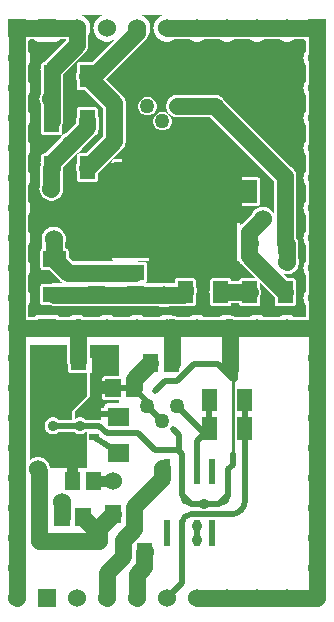
<source format=gbr>
G04 start of page 2 for group 0 idx 0 *
G04 Title: (unknown), component *
G04 Creator: pcb 20140316 *
G04 CreationDate: Fri 17 Jul 2015 04:33:48 PM GMT UTC *
G04 For: fosse *
G04 Format: Gerber/RS-274X *
G04 PCB-Dimensions (mil): 3250.00 2150.00 *
G04 PCB-Coordinate-Origin: lower left *
%MOIN*%
%FSLAX25Y25*%
%LNTOP*%
%ADD26C,0.0225*%
%ADD25C,0.0380*%
%ADD24C,0.0360*%
%ADD23R,0.0197X0.0197*%
%ADD22R,0.0600X0.0600*%
%ADD21R,0.3200X0.3200*%
%ADD20R,0.0512X0.0512*%
%ADD19R,0.0200X0.0200*%
%ADD18C,0.0500*%
%ADD17C,0.0600*%
%ADD16C,0.0090*%
%ADD15C,0.0350*%
%ADD14C,0.0150*%
%ADD13C,0.0200*%
%ADD12C,0.0550*%
%ADD11C,0.0001*%
G54D11*G36*
X50500Y154500D02*X68500D01*
Y129000D01*
X50500D01*
Y154500D01*
G37*
G36*
X84000Y155000D02*Y154500D01*
X87000Y151500D01*
X84000Y148500D01*
Y155000D01*
G37*
G36*
X73250Y175750D02*X74852D01*
X96155Y154447D01*
Y143628D01*
X96075Y143822D01*
X95746Y144358D01*
X95337Y144837D01*
X94858Y145246D01*
X94322Y145575D01*
X93740Y145816D01*
X93128Y145963D01*
X92500Y146012D01*
X91872Y145963D01*
X91260Y145816D01*
X90678Y145575D01*
X90142Y145246D01*
X89663Y144837D01*
X89254Y144358D01*
X88925Y143822D01*
X88859Y143662D01*
X85452Y140256D01*
X85340Y140160D01*
X84997Y139758D01*
X84995Y146419D01*
X85081Y146366D01*
X85226Y146306D01*
X85379Y146269D01*
X85536Y146260D01*
X90811Y146269D01*
X90964Y146306D01*
X91109Y146366D01*
X91244Y146448D01*
X91363Y146551D01*
X91466Y146670D01*
X91548Y146805D01*
X91608Y146950D01*
X91645Y147103D01*
X91654Y147260D01*
X91645Y154897D01*
X91608Y155050D01*
X91548Y155195D01*
X91466Y155330D01*
X91363Y155449D01*
X91244Y155552D01*
X91109Y155634D01*
X90964Y155694D01*
X90811Y155731D01*
X90654Y155740D01*
X85379Y155731D01*
X85226Y155694D01*
X85081Y155634D01*
X84992Y155580D01*
X84991Y161157D01*
X84954Y161310D01*
X84894Y161455D01*
X84812Y161590D01*
X84709Y161709D01*
X84590Y161812D01*
X84455Y161894D01*
X84310Y161954D01*
X84157Y161991D01*
X84000Y162000D01*
X73250Y161998D01*
Y175750D01*
G37*
G36*
Y201750D02*X78007D01*
X78451Y201478D01*
X79105Y201207D01*
X79794Y201042D01*
X80500Y200986D01*
X81206Y201042D01*
X81895Y201207D01*
X82549Y201478D01*
X82993Y201750D01*
X88007D01*
X88451Y201478D01*
X89105Y201207D01*
X89794Y201042D01*
X90500Y200986D01*
X91206Y201042D01*
X91895Y201207D01*
X92549Y201478D01*
X92993Y201750D01*
X98007D01*
X98451Y201478D01*
X99105Y201207D01*
X99794Y201042D01*
X100500Y200986D01*
X101206Y201042D01*
X101895Y201207D01*
X102549Y201478D01*
X102993Y201750D01*
X106200D01*
X106283Y201616D01*
X106436Y201436D01*
X106616Y201283D01*
X106750Y201200D01*
Y197993D01*
X106478Y197549D01*
X106207Y196895D01*
X106042Y196206D01*
X105986Y195500D01*
X106042Y194794D01*
X106207Y194105D01*
X106478Y193451D01*
X106750Y193007D01*
Y187993D01*
X106478Y187549D01*
X106207Y186895D01*
X106042Y186206D01*
X105986Y185500D01*
X106042Y184794D01*
X106207Y184105D01*
X106478Y183451D01*
X106750Y183007D01*
Y177993D01*
X106478Y177549D01*
X106207Y176895D01*
X106042Y176206D01*
X105986Y175500D01*
X106042Y174794D01*
X106207Y174105D01*
X106478Y173451D01*
X106750Y173007D01*
Y167993D01*
X106478Y167549D01*
X106207Y166895D01*
X106042Y166206D01*
X105986Y165500D01*
X106042Y164794D01*
X106207Y164105D01*
X106478Y163451D01*
X106750Y163007D01*
Y157993D01*
X106478Y157549D01*
X106207Y156895D01*
X106042Y156206D01*
X105986Y155500D01*
X106042Y154794D01*
X106207Y154105D01*
X106478Y153451D01*
X106750Y153007D01*
Y147993D01*
X106478Y147549D01*
X106207Y146895D01*
X106042Y146206D01*
X105986Y145500D01*
X106042Y144794D01*
X106207Y144105D01*
X106478Y143451D01*
X106750Y143007D01*
Y137993D01*
X106478Y137549D01*
X106207Y136895D01*
X106042Y136206D01*
X105986Y135500D01*
X106042Y134794D01*
X106207Y134105D01*
X106478Y133451D01*
X106750Y133007D01*
Y127993D01*
X106478Y127549D01*
X106207Y126895D01*
X106042Y126206D01*
X105986Y125500D01*
X106042Y124794D01*
X106207Y124105D01*
X106478Y123451D01*
X106750Y123007D01*
Y117993D01*
X106478Y117549D01*
X106207Y116895D01*
X106042Y116206D01*
X105986Y115500D01*
X106042Y114794D01*
X106207Y114105D01*
X106478Y113451D01*
X106750Y113007D01*
Y109250D01*
X102993D01*
X102549Y109522D01*
X101895Y109793D01*
X101206Y109958D01*
X100500Y110014D01*
X99794Y109958D01*
X99105Y109793D01*
X98451Y109522D01*
X98007Y109250D01*
X92993D01*
X92549Y109522D01*
X91895Y109793D01*
X91206Y109958D01*
X90500Y110014D01*
X89794Y109958D01*
X89105Y109793D01*
X88451Y109522D01*
X88007Y109250D01*
X83373D01*
X83208Y109352D01*
X82662Y109577D01*
X82088Y109715D01*
X82081Y109716D01*
X81895Y109793D01*
X81206Y109958D01*
X80500Y110014D01*
X79794Y109958D01*
X79105Y109793D01*
X78451Y109522D01*
X78007Y109250D01*
X73250D01*
Y128007D01*
X84157Y128009D01*
X84310Y128046D01*
X84455Y128106D01*
X84506Y128137D01*
X84648Y127792D01*
X84957Y127289D01*
X84957Y127289D01*
X85340Y126840D01*
X85452Y126744D01*
X89958Y122239D01*
X85379Y122231D01*
X85226Y122194D01*
X85081Y122134D01*
X84946Y122052D01*
X84827Y121949D01*
X84724Y121830D01*
X84642Y121695D01*
X84582Y121550D01*
X84545Y121397D01*
X84537Y121250D01*
X81955D01*
X81955Y121397D01*
X81918Y121550D01*
X81858Y121695D01*
X81776Y121830D01*
X81673Y121949D01*
X81554Y122052D01*
X81419Y122134D01*
X81274Y122194D01*
X81121Y122231D01*
X80964Y122240D01*
X75689Y122231D01*
X75536Y122194D01*
X75391Y122134D01*
X75256Y122052D01*
X75137Y121949D01*
X75034Y121830D01*
X74952Y121695D01*
X74892Y121550D01*
X74855Y121397D01*
X74846Y121240D01*
X74849Y118714D01*
X74828Y118662D01*
X74690Y118088D01*
X74644Y117500D01*
X74690Y116912D01*
X74828Y116338D01*
X74852Y116279D01*
X74855Y113603D01*
X74892Y113450D01*
X74952Y113305D01*
X75034Y113170D01*
X75137Y113051D01*
X75256Y112948D01*
X75391Y112866D01*
X75536Y112806D01*
X75689Y112769D01*
X75846Y112760D01*
X81121Y112769D01*
X81274Y112806D01*
X81419Y112866D01*
X81554Y112948D01*
X81673Y113051D01*
X81776Y113170D01*
X81858Y113305D01*
X81918Y113450D01*
X81955Y113603D01*
X81963Y113750D01*
X84545D01*
X84545Y113603D01*
X84582Y113450D01*
X84642Y113305D01*
X84724Y113170D01*
X84827Y113051D01*
X84946Y112948D01*
X85081Y112866D01*
X85226Y112806D01*
X85379Y112769D01*
X85536Y112760D01*
X90811Y112769D01*
X90964Y112806D01*
X91109Y112866D01*
X91244Y112948D01*
X91363Y113051D01*
X91466Y113170D01*
X91548Y113305D01*
X91608Y113450D01*
X91645Y113603D01*
X91654Y113760D01*
X91651Y116286D01*
X91672Y116338D01*
X91810Y116912D01*
X91856Y117500D01*
X91810Y118088D01*
X91672Y118662D01*
X91648Y118721D01*
X91646Y120551D01*
X96353Y115844D01*
X96355Y113603D01*
X96392Y113450D01*
X96452Y113305D01*
X96534Y113170D01*
X96637Y113051D01*
X96756Y112948D01*
X96891Y112866D01*
X97036Y112806D01*
X97189Y112769D01*
X97346Y112760D01*
X102621Y112769D01*
X102774Y112806D01*
X102919Y112866D01*
X103054Y112948D01*
X103173Y113051D01*
X103276Y113170D01*
X103358Y113305D01*
X103418Y113450D01*
X103455Y113603D01*
X103464Y113760D01*
X103461Y116285D01*
X103483Y116338D01*
X103620Y116912D01*
X103643Y117291D01*
X103667Y117595D01*
X103620Y118183D01*
X103620Y118183D01*
X103483Y118757D01*
X103458Y118817D01*
X103455Y121397D01*
X103418Y121550D01*
X103358Y121695D01*
X103276Y121830D01*
X103173Y121949D01*
X103054Y122052D01*
X102919Y122134D01*
X102774Y122194D01*
X102621Y122231D01*
X102464Y122240D01*
X100567Y122237D01*
X99020Y123784D01*
X99260Y123684D01*
X99872Y123537D01*
X100500Y123488D01*
X101128Y123537D01*
X101740Y123684D01*
X102322Y123925D01*
X102858Y124254D01*
X103337Y124663D01*
X103746Y125142D01*
X104075Y125678D01*
X104316Y126260D01*
X104463Y126872D01*
X104500Y127500D01*
X104463Y128128D01*
X104316Y128740D01*
X104250Y128899D01*
Y133258D01*
X104262Y133405D01*
X104215Y133993D01*
X104215Y133994D01*
X104077Y134568D01*
X103852Y135113D01*
X103655Y135433D01*
Y155853D01*
X103667Y156000D01*
X103643Y156303D01*
X103620Y156683D01*
X103483Y157257D01*
X103257Y157803D01*
X102948Y158306D01*
X102565Y158755D01*
X102116Y159138D01*
X101998Y159210D01*
X79161Y182048D01*
X79065Y182160D01*
X78616Y182543D01*
X78616Y182543D01*
X78113Y182852D01*
X77568Y183077D01*
X76994Y183215D01*
X76405Y183262D01*
X76258Y183250D01*
X73250D01*
Y201750D01*
G37*
G36*
X53995Y128002D02*X73250Y128007D01*
Y109250D01*
X72993D01*
X72549Y109522D01*
X71895Y109793D01*
X71206Y109958D01*
X70500Y110014D01*
X69794Y109958D01*
X69105Y109793D01*
X68451Y109522D01*
X68007Y109250D01*
X63873D01*
X63704Y109353D01*
X63159Y109579D01*
X62585Y109716D01*
X61996Y109762D01*
X61975Y109760D01*
X61895Y109793D01*
X61206Y109958D01*
X60500Y110014D01*
X59794Y109958D01*
X59105Y109793D01*
X58451Y109522D01*
X58007Y109250D01*
X53995D01*
Y112940D01*
X57654D01*
X57678Y112925D01*
X58260Y112684D01*
X58872Y112537D01*
X59500Y112488D01*
X60128Y112537D01*
X60740Y112684D01*
X61322Y112925D01*
X61346Y112940D01*
X63460D01*
X63581Y112866D01*
X63726Y112806D01*
X63879Y112769D01*
X64036Y112760D01*
X69311Y112769D01*
X69464Y112806D01*
X69609Y112866D01*
X69744Y112948D01*
X69863Y113051D01*
X69966Y113170D01*
X70048Y113305D01*
X70108Y113450D01*
X70145Y113603D01*
X70154Y113760D01*
X70151Y116286D01*
X70172Y116338D01*
X70310Y116912D01*
X70357Y117500D01*
X70345Y117647D01*
Y118595D01*
X70310Y119183D01*
X70172Y119757D01*
X70147Y119820D01*
X70145Y121397D01*
X70108Y121550D01*
X70048Y121695D01*
X69966Y121830D01*
X69863Y121949D01*
X69744Y122052D01*
X69609Y122134D01*
X69464Y122194D01*
X69311Y122231D01*
X69154Y122240D01*
X67488Y122237D01*
X67183Y122310D01*
X66595Y122356D01*
X66007Y122310D01*
X65689Y122234D01*
X63879Y122231D01*
X63726Y122194D01*
X63581Y122134D01*
X63446Y122052D01*
X63327Y121949D01*
X63224Y121830D01*
X63142Y121695D01*
X63082Y121550D01*
X63045Y121397D01*
X63036Y121240D01*
X63037Y120440D01*
X60223D01*
X60128Y120463D01*
X59500Y120512D01*
X58872Y120463D01*
X58777Y120440D01*
X53995D01*
Y128002D01*
G37*
G36*
X58995Y201253D02*X59105Y201207D01*
X59794Y201042D01*
X60500Y200986D01*
X61206Y201042D01*
X61895Y201207D01*
X62549Y201478D01*
X62993Y201750D01*
X68007D01*
X68451Y201478D01*
X69105Y201207D01*
X69794Y201042D01*
X70500Y200986D01*
X71206Y201042D01*
X71895Y201207D01*
X72549Y201478D01*
X72993Y201750D01*
X73250D01*
Y183250D01*
X64000D01*
X63412Y183215D01*
X62838Y183077D01*
X62292Y182852D01*
X61789Y182543D01*
X61340Y182160D01*
X60957Y181711D01*
X60648Y181208D01*
X60423Y180662D01*
X60285Y180088D01*
X60238Y179500D01*
X60285Y178912D01*
X60423Y178338D01*
X60648Y177792D01*
X60957Y177289D01*
X61340Y176840D01*
X61789Y176457D01*
X62292Y176148D01*
X62838Y175923D01*
X63412Y175785D01*
X64000Y175750D01*
X73250D01*
Y161998D01*
X58995Y161994D01*
Y171391D01*
X59000Y171390D01*
X59486Y171429D01*
X59961Y171543D01*
X60412Y171729D01*
X60828Y171984D01*
X61199Y172301D01*
X61516Y172672D01*
X61771Y173088D01*
X61957Y173539D01*
X62071Y174014D01*
X62100Y174500D01*
X62071Y174986D01*
X61957Y175461D01*
X61771Y175912D01*
X61516Y176328D01*
X61199Y176699D01*
X60828Y177016D01*
X60412Y177271D01*
X59961Y177457D01*
X59486Y177571D01*
X59000Y177610D01*
X58995Y177609D01*
Y201253D01*
G37*
G36*
Y210000D02*X60324D01*
X59794Y209958D01*
X59105Y209793D01*
X58995Y209747D01*
Y210000D01*
G37*
G36*
X53995Y202639D02*X54015Y202686D01*
X54152Y202847D01*
X54522Y203451D01*
X54793Y204105D01*
X54958Y204794D01*
X55000Y205500D01*
X54958Y206206D01*
X54793Y206895D01*
X54522Y207549D01*
X54152Y208153D01*
X53995Y208337D01*
Y210000D01*
X58995D01*
Y209747D01*
X58451Y209522D01*
X57847Y209152D01*
X57308Y208692D01*
X56848Y208153D01*
X56478Y207549D01*
X56207Y206895D01*
X56042Y206206D01*
X55986Y205500D01*
X56042Y204794D01*
X56207Y204105D01*
X56478Y203451D01*
X56848Y202847D01*
X57308Y202308D01*
X57847Y201848D01*
X58451Y201478D01*
X58995Y201253D01*
Y177609D01*
X58514Y177571D01*
X58039Y177457D01*
X57588Y177271D01*
X57172Y177016D01*
X56801Y176699D01*
X56484Y176328D01*
X56229Y175912D01*
X56043Y175461D01*
X55929Y174986D01*
X55890Y174500D01*
X55929Y174014D01*
X56043Y173539D01*
X56229Y173088D01*
X56484Y172672D01*
X56801Y172301D01*
X57172Y171984D01*
X57588Y171729D01*
X58039Y171543D01*
X58514Y171429D01*
X58995Y171391D01*
Y161994D01*
X53995Y161993D01*
Y176391D01*
X54000Y176390D01*
X54486Y176429D01*
X54961Y176543D01*
X55412Y176729D01*
X55828Y176984D01*
X56199Y177301D01*
X56516Y177672D01*
X56771Y178088D01*
X56957Y178539D01*
X57071Y179014D01*
X57100Y179500D01*
X57071Y179986D01*
X56957Y180461D01*
X56771Y180912D01*
X56516Y181328D01*
X56199Y181699D01*
X55828Y182016D01*
X55412Y182271D01*
X54961Y182457D01*
X54486Y182571D01*
X54000Y182610D01*
X53995Y182609D01*
Y202639D01*
G37*
G36*
Y109250D02*X52993D01*
X52549Y109522D01*
X51895Y109793D01*
X51206Y109958D01*
X50500Y110014D01*
X49794Y109958D01*
X49105Y109793D01*
X48451Y109522D01*
X48007Y109250D01*
X42993D01*
X42549Y109522D01*
X41895Y109793D01*
X41206Y109958D01*
X40500Y110014D01*
X39794Y109958D01*
X39105Y109793D01*
X38451Y109522D01*
X38007Y109250D01*
X32993D01*
X32549Y109522D01*
X31895Y109793D01*
X31206Y109958D01*
X30500Y110014D01*
X29794Y109958D01*
X29105Y109793D01*
X28451Y109522D01*
X28007Y109250D01*
X27875D01*
Y112940D01*
X53995D01*
Y109250D01*
G37*
G36*
Y208337D02*X53692Y208692D01*
X53153Y209152D01*
X52549Y209522D01*
X51895Y209793D01*
X51206Y209958D01*
X50676Y210000D01*
X53995D01*
Y208337D01*
G37*
G36*
X35435Y194238D02*X31189Y194231D01*
X31036Y194194D01*
X30891Y194134D01*
X30756Y194052D01*
X30637Y193949D01*
X30534Y193830D01*
X30452Y193695D01*
X30392Y193550D01*
X30355Y193397D01*
X30346Y193240D01*
X30349Y190714D01*
X30328Y190662D01*
X30190Y190088D01*
X30143Y189500D01*
X30190Y188912D01*
X30328Y188338D01*
X30352Y188279D01*
X30355Y185603D01*
X30392Y185450D01*
X30452Y185305D01*
X30534Y185170D01*
X30637Y185051D01*
X30756Y184948D01*
X30891Y184866D01*
X31036Y184806D01*
X31189Y184769D01*
X31346Y184760D01*
X33338Y184764D01*
X39250Y178852D01*
Y169553D01*
X33431Y163735D01*
X31189Y163731D01*
X31036Y163694D01*
X30891Y163634D01*
X30756Y163552D01*
X30637Y163449D01*
X30534Y163330D01*
X30452Y163195D01*
X30392Y163050D01*
X30355Y162897D01*
X30346Y162740D01*
X30349Y160214D01*
X30328Y160162D01*
X30190Y159588D01*
X30143Y159000D01*
X30190Y158412D01*
X30328Y157838D01*
X30352Y157779D01*
X30355Y155103D01*
X30392Y154950D01*
X30452Y154805D01*
X30534Y154670D01*
X30637Y154551D01*
X30756Y154448D01*
X30891Y154366D01*
X31036Y154306D01*
X31189Y154269D01*
X31346Y154260D01*
X36621Y154269D01*
X36774Y154306D01*
X36919Y154366D01*
X37054Y154448D01*
X37173Y154551D01*
X37276Y154670D01*
X37358Y154805D01*
X37418Y154950D01*
X37455Y155103D01*
X37464Y155260D01*
X37462Y157158D01*
X45548Y165244D01*
X45660Y165340D01*
X46043Y165789D01*
X46043Y165789D01*
X46352Y166292D01*
X46577Y166838D01*
X46715Y167412D01*
X46762Y168000D01*
X46750Y168147D01*
Y180258D01*
X46762Y180405D01*
X46715Y180993D01*
X46715Y180994D01*
X46577Y181568D01*
X46577Y181568D01*
X46468Y181832D01*
X46352Y182113D01*
X46352Y182113D01*
X46352Y182113D01*
X46143Y182453D01*
X46043Y182616D01*
X46043Y182616D01*
X46043Y182616D01*
X46043Y182616D01*
X45660Y183065D01*
X45548Y183161D01*
X40256Y188453D01*
X53048Y201244D01*
X53160Y201340D01*
X53543Y201789D01*
X53543Y201789D01*
X53852Y202292D01*
X53995Y202639D01*
Y182609D01*
X53514Y182571D01*
X53039Y182457D01*
X52588Y182271D01*
X52172Y182016D01*
X51801Y181699D01*
X51484Y181328D01*
X51229Y180912D01*
X51043Y180461D01*
X50929Y179986D01*
X50890Y179500D01*
X50929Y179014D01*
X51043Y178539D01*
X51229Y178088D01*
X51484Y177672D01*
X51801Y177301D01*
X52172Y176984D01*
X52588Y176729D01*
X53039Y176543D01*
X53514Y176429D01*
X53995Y176391D01*
Y161993D01*
X42843Y161991D01*
X42690Y161954D01*
X42545Y161894D01*
X42410Y161812D01*
X42291Y161709D01*
X42188Y161590D01*
X42106Y161455D01*
X42046Y161310D01*
X42009Y161157D01*
X42000Y161000D01*
X42009Y128843D01*
X42046Y128690D01*
X42106Y128545D01*
X42188Y128410D01*
X42291Y128291D01*
X42410Y128188D01*
X42545Y128106D01*
X42690Y128046D01*
X42843Y128009D01*
X43000Y128000D01*
X53995Y128002D01*
Y120440D01*
X53334D01*
X53262Y120470D01*
X53137Y120500D01*
X53262Y120530D01*
X53407Y120590D01*
X53542Y120672D01*
X53661Y120775D01*
X53764Y120894D01*
X53846Y121029D01*
X53906Y121174D01*
X53943Y121327D01*
X53952Y121484D01*
X53943Y126759D01*
X53906Y126912D01*
X53846Y127057D01*
X53764Y127192D01*
X53661Y127311D01*
X53542Y127414D01*
X53407Y127496D01*
X53262Y127556D01*
X53109Y127593D01*
X52952Y127602D01*
X51213Y127599D01*
X51162Y127620D01*
X50588Y127758D01*
X50000Y127793D01*
X29010D01*
X27875Y128928D01*
Y161071D01*
X30162Y163359D01*
X30322Y163425D01*
X30858Y163754D01*
X31337Y164163D01*
X31746Y164642D01*
X32075Y165178D01*
X32141Y165338D01*
X36548Y169744D01*
X36577Y169769D01*
X36621Y169769D01*
X36774Y169806D01*
X36919Y169866D01*
X37054Y169948D01*
X37173Y170051D01*
X37276Y170170D01*
X37358Y170305D01*
X37418Y170450D01*
X37455Y170603D01*
X37464Y170760D01*
X37464Y171063D01*
X37577Y171338D01*
X37577Y171338D01*
X37715Y171912D01*
X37762Y172500D01*
X37750Y172647D01*
Y175000D01*
X37715Y175588D01*
X37577Y176162D01*
X37457Y176453D01*
X37455Y178397D01*
X37418Y178550D01*
X37358Y178695D01*
X37276Y178830D01*
X37173Y178949D01*
X37054Y179052D01*
X36919Y179134D01*
X36774Y179194D01*
X36621Y179231D01*
X36464Y179240D01*
X31189Y179231D01*
X31036Y179194D01*
X30891Y179134D01*
X30756Y179052D01*
X30637Y178949D01*
X30534Y178830D01*
X30452Y178695D01*
X30392Y178550D01*
X30355Y178397D01*
X30346Y178240D01*
X30349Y175856D01*
X30285Y175588D01*
X30250Y175000D01*
Y174053D01*
X27875Y171678D01*
Y192071D01*
X33048Y197244D01*
X33160Y197340D01*
X33543Y197789D01*
X33543Y197789D01*
X33543Y197789D01*
X33852Y198292D01*
X34077Y198838D01*
X34183Y199276D01*
X34215Y199412D01*
Y199412D01*
X34215Y199412D01*
X34262Y200000D01*
X34250Y200147D01*
Y203007D01*
X34522Y203451D01*
X34793Y204105D01*
X34958Y204794D01*
X35000Y205500D01*
X34958Y206206D01*
X34793Y206895D01*
X34522Y207549D01*
X34152Y208153D01*
X33692Y208692D01*
X33153Y209152D01*
X32549Y209522D01*
X31895Y209793D01*
X31206Y209958D01*
X30676Y210000D01*
X40324D01*
X39794Y209958D01*
X39105Y209793D01*
X38451Y209522D01*
X37847Y209152D01*
X37308Y208692D01*
X36848Y208153D01*
X36478Y207549D01*
X36207Y206895D01*
X36042Y206206D01*
X35986Y205500D01*
X36042Y204794D01*
X36207Y204105D01*
X36478Y203451D01*
X36848Y202847D01*
X37308Y202308D01*
X37847Y201848D01*
X38451Y201478D01*
X39105Y201207D01*
X39794Y201042D01*
X40500Y200986D01*
X41206Y201042D01*
X41895Y201207D01*
X42549Y201478D01*
X42873Y201677D01*
X35435Y194238D01*
G37*
G36*
X27875Y109250D02*X24800D01*
X24717Y109384D01*
X24564Y109564D01*
X24384Y109717D01*
X24183Y109841D01*
X23965Y109931D01*
X23735Y109986D01*
X23500Y110000D01*
X17265Y109986D01*
X17035Y109931D01*
X16817Y109841D01*
X16616Y109717D01*
X16436Y109564D01*
X16283Y109384D01*
X16200Y109250D01*
X14250D01*
Y113007D01*
X14522Y113451D01*
X14793Y114105D01*
X14958Y114794D01*
X15000Y115500D01*
X14958Y116206D01*
X14793Y116895D01*
X14522Y117549D01*
X14250Y117993D01*
Y123007D01*
X14522Y123451D01*
X14793Y124105D01*
X14958Y124794D01*
X15000Y125500D01*
X14958Y126206D01*
X14793Y126895D01*
X14522Y127549D01*
X14250Y127993D01*
Y133007D01*
X14522Y133451D01*
X14793Y134105D01*
X14958Y134794D01*
X15000Y135500D01*
X14958Y136206D01*
X14793Y136895D01*
X14522Y137549D01*
X14250Y137993D01*
Y143007D01*
X14522Y143451D01*
X14793Y144105D01*
X14958Y144794D01*
X15000Y145500D01*
X14958Y146206D01*
X14793Y146895D01*
X14522Y147549D01*
X14250Y147993D01*
Y153007D01*
X14522Y153451D01*
X14793Y154105D01*
X14958Y154794D01*
X15000Y155500D01*
X14958Y156206D01*
X14793Y156895D01*
X14522Y157549D01*
X14250Y157993D01*
Y163007D01*
X14522Y163451D01*
X14793Y164105D01*
X14958Y164794D01*
X15000Y165500D01*
X14958Y166206D01*
X14793Y166895D01*
X14522Y167549D01*
X14250Y167993D01*
Y173007D01*
X14522Y173451D01*
X14793Y174105D01*
X14958Y174794D01*
X15000Y175500D01*
X14958Y176206D01*
X14793Y176895D01*
X14522Y177549D01*
X14250Y177993D01*
Y183007D01*
X14522Y183451D01*
X14793Y184105D01*
X14958Y184794D01*
X15000Y185500D01*
X14958Y186206D01*
X14793Y186895D01*
X14522Y187549D01*
X14250Y187993D01*
Y193007D01*
X14522Y193451D01*
X14793Y194105D01*
X14958Y194794D01*
X15000Y195500D01*
X14958Y196206D01*
X14793Y196895D01*
X14522Y197549D01*
X14250Y197993D01*
Y201200D01*
X14384Y201283D01*
X14564Y201436D01*
X14717Y201616D01*
X14800Y201750D01*
X16200D01*
X16283Y201616D01*
X16436Y201436D01*
X16616Y201283D01*
X16817Y201159D01*
X17035Y201069D01*
X17265Y201014D01*
X17500Y201000D01*
X23735Y201014D01*
X23965Y201069D01*
X24183Y201159D01*
X24384Y201283D01*
X24564Y201436D01*
X24717Y201616D01*
X24800Y201750D01*
X26750D01*
Y201553D01*
X19547Y194350D01*
X19435Y194255D01*
X19415Y194231D01*
X19379Y194231D01*
X19226Y194194D01*
X19081Y194134D01*
X18946Y194052D01*
X18827Y193949D01*
X18724Y193830D01*
X18642Y193695D01*
X18582Y193550D01*
X18545Y193397D01*
X18536Y193240D01*
X18537Y192803D01*
X18518Y192757D01*
X18380Y192183D01*
X18380Y192183D01*
X18333Y191595D01*
X18345Y191448D01*
Y183628D01*
X18184Y183240D01*
X18037Y182628D01*
X17988Y182000D01*
X18037Y181372D01*
X18184Y180760D01*
X18345Y180372D01*
Y174500D01*
X18380Y173912D01*
X18518Y173338D01*
X18542Y173279D01*
X18545Y170603D01*
X18582Y170450D01*
X18642Y170305D01*
X18724Y170170D01*
X18827Y170051D01*
X18946Y169948D01*
X19081Y169866D01*
X19226Y169806D01*
X19379Y169769D01*
X19536Y169760D01*
X24811Y169769D01*
X24964Y169806D01*
X25109Y169866D01*
X25244Y169948D01*
X25363Y170051D01*
X25466Y170170D01*
X25548Y170305D01*
X25608Y170450D01*
X25645Y170603D01*
X25654Y170760D01*
X25651Y173286D01*
X25672Y173338D01*
X25810Y173912D01*
X25845Y174500D01*
Y180881D01*
X25963Y181372D01*
X26000Y182000D01*
X25963Y182628D01*
X25845Y183119D01*
Y190042D01*
X27875Y192071D01*
Y171678D01*
X26838Y170641D01*
X26678Y170575D01*
X26142Y170246D01*
X25663Y169837D01*
X25254Y169358D01*
X24925Y168822D01*
X24859Y168662D01*
X19929Y163732D01*
X19379Y163731D01*
X19226Y163694D01*
X19081Y163634D01*
X18946Y163552D01*
X18827Y163449D01*
X18724Y163330D01*
X18642Y163195D01*
X18582Y163050D01*
X18545Y162897D01*
X18536Y162740D01*
X18537Y161805D01*
X18518Y161757D01*
X18380Y161183D01*
X18380Y161183D01*
X18333Y160595D01*
X18345Y160448D01*
Y159745D01*
X18285Y159496D01*
X18285Y159495D01*
X18285Y159494D01*
X18284Y159484D01*
X18238Y158907D01*
X18250Y158759D01*
Y153399D01*
X18184Y153240D01*
X18037Y152628D01*
X17988Y152000D01*
X18037Y151372D01*
X18184Y150760D01*
X18425Y150178D01*
X18754Y149642D01*
X19163Y149163D01*
X19642Y148754D01*
X20178Y148425D01*
X20760Y148184D01*
X21372Y148037D01*
X22000Y147988D01*
X22628Y148037D01*
X23240Y148184D01*
X23822Y148425D01*
X24358Y148754D01*
X24837Y149163D01*
X25246Y149642D01*
X25575Y150178D01*
X25816Y150760D01*
X25963Y151372D01*
X26000Y152000D01*
X25963Y152628D01*
X25816Y153240D01*
X25750Y153399D01*
Y158160D01*
X25810Y158409D01*
X25810Y158410D01*
X25810Y158412D01*
X25811Y158420D01*
X25857Y158998D01*
X25853Y159049D01*
X27875Y161071D01*
Y128928D01*
X27735Y129069D01*
X27731Y131216D01*
X27694Y131369D01*
X27634Y131514D01*
X27552Y131648D01*
X27449Y131768D01*
X27330Y131870D01*
X27195Y131953D01*
X27050Y132013D01*
X26897Y132050D01*
X26740Y132059D01*
X26500Y132059D01*
Y133851D01*
X26566Y134010D01*
X26713Y134622D01*
X26750Y135250D01*
X26713Y135878D01*
X26566Y136490D01*
X26325Y137072D01*
X25996Y137608D01*
X25587Y138087D01*
X25108Y138496D01*
X24572Y138825D01*
X23990Y139066D01*
X23378Y139213D01*
X22750Y139262D01*
X22122Y139213D01*
X21510Y139066D01*
X20928Y138825D01*
X20392Y138496D01*
X19913Y138087D01*
X19504Y137608D01*
X19175Y137072D01*
X18934Y136490D01*
X18787Y135878D01*
X18738Y135250D01*
X18787Y134622D01*
X18934Y134010D01*
X19000Y133851D01*
Y132025D01*
X18950Y132013D01*
X18805Y131953D01*
X18670Y131870D01*
X18551Y131768D01*
X18448Y131648D01*
X18366Y131514D01*
X18306Y131369D01*
X18269Y131216D01*
X18260Y131059D01*
X18269Y125784D01*
X18306Y125631D01*
X18366Y125485D01*
X18448Y125351D01*
X18551Y125232D01*
X18670Y125129D01*
X18805Y125047D01*
X18950Y124987D01*
X19103Y124950D01*
X19260Y124941D01*
X21253Y124943D01*
X24701Y121495D01*
X24797Y121383D01*
X25245Y121000D01*
X25246Y121000D01*
X25246Y121000D01*
X25246Y121000D01*
X25497Y120846D01*
X25749Y120691D01*
X25749Y120691D01*
X25749Y120691D01*
X26051Y120566D01*
X26294Y120466D01*
X26294Y120465D01*
X26294Y120465D01*
X26400Y120440D01*
X23000D01*
X22412Y120405D01*
X21838Y120267D01*
X21778Y120243D01*
X19103Y120240D01*
X18950Y120203D01*
X18805Y120143D01*
X18670Y120060D01*
X18551Y119958D01*
X18448Y119838D01*
X18366Y119704D01*
X18306Y119559D01*
X18269Y119406D01*
X18260Y119249D01*
X18269Y113974D01*
X18306Y113821D01*
X18366Y113675D01*
X18448Y113541D01*
X18551Y113422D01*
X18670Y113319D01*
X18805Y113237D01*
X18950Y113177D01*
X19103Y113140D01*
X19260Y113131D01*
X21786Y113134D01*
X21838Y113113D01*
X22412Y112975D01*
X23000Y112940D01*
X27875D01*
Y109250D01*
G37*
G36*
X57000Y164000D02*X86500D01*
Y160500D01*
X57000D01*
Y164000D01*
G37*
G36*
X45500D02*X75000D01*
Y160500D01*
X45500D01*
Y164000D01*
G37*
G36*
X85500Y161000D02*Y140500D01*
X81000D01*
Y161000D01*
X85500D01*
G37*
G36*
X45000Y158500D02*Y129000D01*
X41500D01*
Y158500D01*
X45000D01*
G37*
G36*
X44500Y160500D02*Y131000D01*
X41000D01*
Y160500D01*
X44500D01*
G37*
G36*
X54500Y129500D02*X84000D01*
Y126000D01*
X54500D01*
Y129500D01*
G37*
G36*
X48500Y147500D02*X78000D01*
Y144000D01*
X48500D01*
Y147500D01*
G37*
G36*
X24500Y66500D02*Y71000D01*
X29000D01*
Y66500D01*
X24500D01*
G37*
G36*
X34000Y59000D02*X31889D01*
X32444Y59555D01*
X32732Y59879D01*
X32958Y60248D01*
X33123Y60648D01*
X33225Y61068D01*
X33258Y61500D01*
X33225Y61931D01*
X33123Y62352D01*
X32958Y62752D01*
X32732Y63121D01*
X32451Y63450D01*
X32121Y63732D01*
X31752Y63958D01*
X31352Y64123D01*
X30932Y64225D01*
X30500Y64258D01*
X30069Y64225D01*
X29648Y64123D01*
X29248Y63958D01*
X28879Y63732D01*
X28556Y63445D01*
X27089Y61978D01*
X27006Y61908D01*
X26777Y61640D01*
Y67679D01*
X28446Y67682D01*
X28538Y67704D01*
X28625Y67740D01*
X28706Y67789D01*
X28778Y67850D01*
X28839Y67922D01*
X28888Y68003D01*
X28924Y68090D01*
X28946Y68182D01*
X28952Y68276D01*
X28946Y70338D01*
X28924Y70430D01*
X28888Y70517D01*
X28839Y70598D01*
X28778Y70670D01*
X28706Y70731D01*
X28625Y70780D01*
X28538Y70816D01*
X28446Y70838D01*
X28352Y70844D01*
X26777Y70841D01*
Y71000D01*
X29530D01*
X29849Y70728D01*
X30225Y70497D01*
X30632Y70329D01*
X31061Y70226D01*
X31500Y70191D01*
X31939Y70226D01*
X32368Y70329D01*
X32775Y70497D01*
X33151Y70728D01*
X33470Y71000D01*
X34000D01*
Y59000D01*
G37*
G36*
X26777Y61640D02*X26725Y61578D01*
X26499Y61209D01*
X26334Y60810D01*
X26232Y60389D01*
X26232Y60388D01*
X26199Y59957D01*
X26207Y59849D01*
Y59000D01*
X21616D01*
X21577Y59162D01*
X21352Y59708D01*
X21283Y59820D01*
X21075Y60322D01*
X20746Y60858D01*
X20337Y61337D01*
X19858Y61746D01*
X19322Y62075D01*
X18740Y62316D01*
X18128Y62463D01*
X17500Y62512D01*
X16872Y62463D01*
X16260Y62316D01*
X15678Y62075D01*
X15142Y61746D01*
X15000Y61625D01*
Y73000D01*
X19691D01*
X19726Y72561D01*
X19829Y72132D01*
X19997Y71725D01*
X20228Y71349D01*
X20514Y71014D01*
X20849Y70728D01*
X21225Y70497D01*
X21632Y70329D01*
X22061Y70226D01*
X22500Y70191D01*
X22939Y70226D01*
X23368Y70329D01*
X23775Y70497D01*
X24151Y70728D01*
X24470Y71000D01*
X26777D01*
Y70841D01*
X25109Y70838D01*
X25017Y70816D01*
X24930Y70780D01*
X24849Y70731D01*
X24777Y70670D01*
X24716Y70598D01*
X24667Y70517D01*
X24631Y70430D01*
X24609Y70338D01*
X24603Y70244D01*
X24609Y68182D01*
X24631Y68090D01*
X24667Y68003D01*
X24716Y67922D01*
X24777Y67850D01*
X24849Y67789D01*
X24930Y67740D01*
X25017Y67704D01*
X25109Y67682D01*
X25203Y67676D01*
X26777Y67679D01*
Y61640D01*
G37*
G36*
X25000Y59000D02*Y66500D01*
X34000D01*
Y59000D01*
X25000D01*
G37*
G36*
X34051Y77724D02*X34057Y75662D01*
X34079Y75570D01*
X34115Y75483D01*
X34164Y75402D01*
X34225Y75330D01*
X34297Y75269D01*
X34378Y75220D01*
X34465Y75184D01*
X34557Y75162D01*
X34651Y75156D01*
X35000Y75157D01*
X35046Y75117D01*
X35238Y75000D01*
X33470D01*
X33151Y75272D01*
X32775Y75503D01*
X32368Y75671D01*
X31939Y75774D01*
X31500Y75809D01*
X31061Y75774D01*
X30632Y75671D01*
X30225Y75503D01*
X30000Y75365D01*
Y78000D01*
X35000Y83000D01*
Y90672D01*
X35029Y90654D01*
X35174Y90594D01*
X35327Y90557D01*
X35484Y90548D01*
X40759Y90557D01*
X40912Y90594D01*
X41057Y90654D01*
X41192Y90736D01*
X41311Y90839D01*
X41414Y90958D01*
X41496Y91093D01*
X41556Y91238D01*
X41593Y91391D01*
X41602Y91548D01*
X41593Y97609D01*
X41556Y97762D01*
X41496Y97907D01*
X41414Y98042D01*
X41311Y98161D01*
X41192Y98264D01*
X41057Y98346D01*
X40912Y98406D01*
X40759Y98443D01*
X40602Y98452D01*
X35327Y98443D01*
X35174Y98406D01*
X35029Y98346D01*
X35000Y98328D01*
Y100000D01*
X44500D01*
Y89451D01*
X39741Y89443D01*
X39588Y89406D01*
X39443Y89346D01*
X39308Y89264D01*
X39189Y89161D01*
X39086Y89042D01*
X39004Y88907D01*
X38944Y88762D01*
X38907Y88609D01*
X38898Y88452D01*
X38907Y82391D01*
X38944Y82238D01*
X39004Y82093D01*
X39086Y81958D01*
X39189Y81839D01*
X39308Y81736D01*
X39443Y81654D01*
X39588Y81594D01*
X39741Y81557D01*
X39898Y81548D01*
X44500Y81556D01*
Y80493D01*
X40765Y80486D01*
X40535Y80431D01*
X40317Y80341D01*
X40116Y80217D01*
X39936Y80064D01*
X39783Y79884D01*
X39659Y79683D01*
X39569Y79465D01*
X39514Y79235D01*
X39500Y79000D01*
X39501Y78740D01*
X36226D01*
X35912Y78722D01*
X35606Y78648D01*
X35315Y78528D01*
X35046Y78363D01*
X34995Y78319D01*
X34557Y78318D01*
X34465Y78296D01*
X34378Y78260D01*
X34297Y78211D01*
X34225Y78150D01*
X34164Y78078D01*
X34115Y77997D01*
X34079Y77910D01*
X34057Y77818D01*
X34051Y77724D01*
G37*
G36*
X34000Y75000D02*Y79500D01*
X38500D01*
Y75000D01*
X34000D01*
G37*
G36*
X37000Y83500D02*Y88000D01*
X41500D01*
Y83500D01*
X37000D01*
G37*
G36*
X35000Y95500D02*Y100000D01*
X39500D01*
Y95500D01*
X35000D01*
G37*
G36*
X36500D02*Y100000D01*
X41000D01*
Y95500D01*
X36500D01*
G37*
G36*
X38000Y89500D02*Y94000D01*
X42500D01*
Y89500D01*
X38000D01*
G37*
G36*
X35500D02*Y94000D01*
X40000D01*
Y89500D01*
X35500D01*
G37*
G36*
X40000Y93000D02*Y97500D01*
X44500D01*
Y93000D01*
X40000D01*
G37*
G36*
Y95500D02*Y100000D01*
X44500D01*
Y95500D01*
X40000D01*
G37*
G36*
X24500Y75000D02*Y79500D01*
X29000D01*
Y75000D01*
X24500D01*
G37*
G36*
X23741Y100000D02*X27207D01*
Y94500D01*
X27242Y93912D01*
X27380Y93338D01*
X27404Y93278D01*
X27407Y91391D01*
X27444Y91238D01*
X27504Y91093D01*
X27586Y90958D01*
X27689Y90839D01*
X27808Y90736D01*
X27943Y90654D01*
X28088Y90594D01*
X28241Y90557D01*
X28398Y90548D01*
X33673Y90557D01*
X33826Y90594D01*
X33971Y90654D01*
X34000Y90672D01*
Y83000D01*
X28920Y77920D01*
X28888Y77997D01*
X28839Y78078D01*
X28778Y78150D01*
X28706Y78211D01*
X28625Y78260D01*
X28538Y78296D01*
X28446Y78318D01*
X28352Y78324D01*
X25109Y78318D01*
X25017Y78296D01*
X24930Y78260D01*
X24849Y78211D01*
X24777Y78150D01*
X24716Y78078D01*
X24667Y77997D01*
X24631Y77910D01*
X24609Y77818D01*
X24603Y77724D01*
X24609Y75662D01*
X24631Y75570D01*
X24667Y75483D01*
X24716Y75402D01*
X24777Y75330D01*
X24849Y75269D01*
X24930Y75220D01*
X25017Y75184D01*
X25109Y75162D01*
X25203Y75156D01*
X26158Y75158D01*
X26000Y75000D01*
X24470D01*
X24151Y75272D01*
X23775Y75503D01*
X23741Y75517D01*
Y85826D01*
X23744Y85827D01*
X23812Y85866D01*
X23873Y85915D01*
X23926Y85974D01*
X23968Y86040D01*
X24131Y86365D01*
X24260Y86705D01*
X24358Y87055D01*
X24424Y87413D01*
X24457Y87775D01*
Y88139D01*
X24424Y88501D01*
X24358Y88859D01*
X24260Y89209D01*
X24131Y89549D01*
X23972Y89876D01*
X23929Y89942D01*
X23876Y90001D01*
X23814Y90051D01*
X23745Y90090D01*
X23741Y90092D01*
Y100000D01*
G37*
G36*
X20459D02*X23741D01*
Y90092D01*
X23671Y90118D01*
X23594Y90135D01*
X23515Y90139D01*
X23436Y90130D01*
X23360Y90109D01*
X23287Y90077D01*
X23221Y90034D01*
X23162Y89981D01*
X23113Y89919D01*
X23073Y89850D01*
X23045Y89776D01*
X23029Y89699D01*
X23025Y89620D01*
X23033Y89541D01*
X23054Y89465D01*
X23087Y89393D01*
X23210Y89150D01*
X23307Y88895D01*
X23380Y88633D01*
X23429Y88365D01*
X23454Y88093D01*
Y87821D01*
X23429Y87550D01*
X23380Y87282D01*
X23307Y87019D01*
X23210Y86764D01*
X23090Y86520D01*
X23057Y86449D01*
X23036Y86373D01*
X23028Y86294D01*
X23032Y86216D01*
X23048Y86139D01*
X23076Y86065D01*
X23115Y85997D01*
X23164Y85936D01*
X23223Y85883D01*
X23289Y85840D01*
X23361Y85808D01*
X23437Y85787D01*
X23515Y85779D01*
X23593Y85783D01*
X23670Y85799D01*
X23741Y85826D01*
Y75517D01*
X23368Y75671D01*
X22939Y75774D01*
X22500Y75809D01*
X22061Y75774D01*
X21632Y75671D01*
X21225Y75503D01*
X20849Y75272D01*
X20514Y74986D01*
X20459Y74921D01*
Y83957D01*
X20639D01*
X21001Y83990D01*
X21359Y84056D01*
X21709Y84154D01*
X22049Y84283D01*
X22376Y84443D01*
X22442Y84485D01*
X22501Y84538D01*
X22551Y84600D01*
X22590Y84669D01*
X22618Y84743D01*
X22634Y84820D01*
X22638Y84899D01*
X22630Y84978D01*
X22609Y85055D01*
X22577Y85127D01*
X22534Y85193D01*
X22481Y85252D01*
X22419Y85302D01*
X22350Y85341D01*
X22276Y85369D01*
X22199Y85385D01*
X22120Y85389D01*
X22041Y85381D01*
X21964Y85360D01*
X21893Y85327D01*
X21650Y85204D01*
X21395Y85107D01*
X21133Y85034D01*
X20865Y84985D01*
X20593Y84960D01*
X20459D01*
Y90954D01*
X20593D01*
X20865Y90929D01*
X21133Y90880D01*
X21395Y90807D01*
X21650Y90710D01*
X21894Y90590D01*
X21966Y90557D01*
X22042Y90536D01*
X22120Y90528D01*
X22198Y90532D01*
X22275Y90548D01*
X22349Y90576D01*
X22417Y90615D01*
X22478Y90665D01*
X22531Y90723D01*
X22574Y90789D01*
X22606Y90861D01*
X22627Y90937D01*
X22635Y91015D01*
X22631Y91093D01*
X22615Y91171D01*
X22587Y91244D01*
X22548Y91312D01*
X22499Y91374D01*
X22440Y91426D01*
X22374Y91468D01*
X22049Y91631D01*
X21709Y91760D01*
X21359Y91858D01*
X21001Y91924D01*
X20639Y91957D01*
X20459D01*
Y100000D01*
G37*
G36*
X17173D02*X20459D01*
Y91957D01*
X20275D01*
X19913Y91924D01*
X19555Y91858D01*
X19205Y91760D01*
X18865Y91631D01*
X18538Y91472D01*
X18472Y91429D01*
X18413Y91376D01*
X18363Y91314D01*
X18324Y91245D01*
X18296Y91171D01*
X18280Y91094D01*
X18276Y91015D01*
X18284Y90936D01*
X18305Y90860D01*
X18337Y90787D01*
X18380Y90721D01*
X18433Y90662D01*
X18495Y90613D01*
X18564Y90573D01*
X18638Y90545D01*
X18715Y90529D01*
X18794Y90525D01*
X18873Y90533D01*
X18950Y90554D01*
X19021Y90588D01*
X19264Y90710D01*
X19519Y90807D01*
X19781Y90880D01*
X20049Y90929D01*
X20321Y90954D01*
X20459D01*
Y84960D01*
X20321D01*
X20049Y84985D01*
X19781Y85034D01*
X19519Y85107D01*
X19264Y85204D01*
X19020Y85324D01*
X18948Y85357D01*
X18872Y85378D01*
X18794Y85386D01*
X18716Y85382D01*
X18639Y85366D01*
X18565Y85338D01*
X18497Y85299D01*
X18436Y85250D01*
X18383Y85191D01*
X18340Y85125D01*
X18308Y85054D01*
X18287Y84978D01*
X18279Y84899D01*
X18283Y84821D01*
X18299Y84744D01*
X18327Y84670D01*
X18366Y84602D01*
X18415Y84541D01*
X18474Y84488D01*
X18540Y84446D01*
X18865Y84283D01*
X19205Y84154D01*
X19555Y84056D01*
X19913Y83990D01*
X20275Y83957D01*
X20459D01*
Y74921D01*
X20228Y74651D01*
X19997Y74275D01*
X19829Y73868D01*
X19726Y73439D01*
X19691Y73000D01*
X19726Y72561D01*
X19829Y72132D01*
X19884Y72000D01*
X17173D01*
Y85822D01*
X17243Y85796D01*
X17320Y85780D01*
X17399Y85776D01*
X17478Y85784D01*
X17554Y85805D01*
X17627Y85837D01*
X17693Y85880D01*
X17752Y85934D01*
X17801Y85995D01*
X17841Y86064D01*
X17869Y86138D01*
X17885Y86215D01*
X17889Y86294D01*
X17881Y86373D01*
X17860Y86450D01*
X17827Y86521D01*
X17704Y86764D01*
X17607Y87019D01*
X17534Y87282D01*
X17485Y87550D01*
X17460Y87821D01*
Y88093D01*
X17485Y88365D01*
X17534Y88633D01*
X17607Y88895D01*
X17704Y89150D01*
X17824Y89395D01*
X17857Y89466D01*
X17878Y89542D01*
X17886Y89620D01*
X17882Y89698D01*
X17866Y89775D01*
X17838Y89849D01*
X17799Y89917D01*
X17750Y89979D01*
X17691Y90031D01*
X17625Y90074D01*
X17553Y90106D01*
X17477Y90127D01*
X17399Y90135D01*
X17321Y90132D01*
X17244Y90115D01*
X17173Y90088D01*
Y100000D01*
G37*
G36*
X15000Y72000D02*Y100000D01*
X17173D01*
Y90088D01*
X17170Y90087D01*
X17102Y90048D01*
X17041Y89999D01*
X16988Y89940D01*
X16946Y89874D01*
X16783Y89549D01*
X16654Y89209D01*
X16556Y88859D01*
X16490Y88501D01*
X16457Y88139D01*
Y87775D01*
X16490Y87413D01*
X16556Y87055D01*
X16654Y86705D01*
X16783Y86365D01*
X16942Y86039D01*
X16985Y85972D01*
X17038Y85913D01*
X17100Y85864D01*
X17169Y85824D01*
X17173Y85822D01*
Y72000D01*
X15000D01*
G37*
G36*
X23741Y93000D02*X24500D01*
Y83000D01*
X23741D01*
Y85826D01*
X23744Y85827D01*
X23812Y85866D01*
X23873Y85915D01*
X23926Y85974D01*
X23968Y86040D01*
X24131Y86365D01*
X24260Y86705D01*
X24358Y87055D01*
X24424Y87413D01*
X24457Y87775D01*
Y88139D01*
X24424Y88501D01*
X24358Y88859D01*
X24260Y89209D01*
X24131Y89549D01*
X23972Y89876D01*
X23929Y89942D01*
X23876Y90001D01*
X23814Y90051D01*
X23745Y90090D01*
X23741Y90092D01*
Y93000D01*
G37*
G36*
X20459D02*X23741D01*
Y90092D01*
X23671Y90118D01*
X23594Y90135D01*
X23515Y90139D01*
X23436Y90130D01*
X23360Y90109D01*
X23287Y90077D01*
X23221Y90034D01*
X23162Y89981D01*
X23113Y89919D01*
X23073Y89850D01*
X23045Y89776D01*
X23029Y89699D01*
X23025Y89620D01*
X23033Y89541D01*
X23054Y89465D01*
X23087Y89393D01*
X23210Y89150D01*
X23307Y88895D01*
X23380Y88633D01*
X23429Y88365D01*
X23454Y88093D01*
Y87821D01*
X23429Y87550D01*
X23380Y87282D01*
X23307Y87019D01*
X23210Y86764D01*
X23090Y86520D01*
X23057Y86449D01*
X23036Y86373D01*
X23028Y86294D01*
X23032Y86216D01*
X23048Y86139D01*
X23076Y86065D01*
X23115Y85997D01*
X23164Y85936D01*
X23223Y85883D01*
X23289Y85840D01*
X23361Y85808D01*
X23437Y85787D01*
X23515Y85779D01*
X23593Y85783D01*
X23670Y85799D01*
X23741Y85826D01*
Y83000D01*
X20459D01*
Y83957D01*
X20639D01*
X21001Y83990D01*
X21359Y84056D01*
X21709Y84154D01*
X22049Y84283D01*
X22376Y84443D01*
X22442Y84485D01*
X22501Y84538D01*
X22551Y84600D01*
X22590Y84669D01*
X22618Y84743D01*
X22634Y84820D01*
X22638Y84899D01*
X22630Y84978D01*
X22609Y85055D01*
X22577Y85127D01*
X22534Y85193D01*
X22481Y85252D01*
X22419Y85302D01*
X22350Y85341D01*
X22276Y85369D01*
X22199Y85385D01*
X22120Y85389D01*
X22041Y85381D01*
X21964Y85360D01*
X21893Y85327D01*
X21650Y85204D01*
X21395Y85107D01*
X21133Y85034D01*
X20865Y84985D01*
X20593Y84960D01*
X20459D01*
Y90954D01*
X20593D01*
X20865Y90929D01*
X21133Y90880D01*
X21395Y90807D01*
X21650Y90710D01*
X21894Y90590D01*
X21966Y90557D01*
X22042Y90536D01*
X22120Y90528D01*
X22198Y90532D01*
X22275Y90548D01*
X22349Y90576D01*
X22417Y90615D01*
X22478Y90665D01*
X22531Y90723D01*
X22574Y90789D01*
X22606Y90861D01*
X22627Y90937D01*
X22635Y91015D01*
X22631Y91093D01*
X22615Y91171D01*
X22587Y91244D01*
X22548Y91312D01*
X22499Y91374D01*
X22440Y91426D01*
X22374Y91468D01*
X22049Y91631D01*
X21709Y91760D01*
X21359Y91858D01*
X21001Y91924D01*
X20639Y91957D01*
X20459D01*
Y93000D01*
G37*
G36*
X17173D02*X20459D01*
Y91957D01*
X20275D01*
X19913Y91924D01*
X19555Y91858D01*
X19205Y91760D01*
X18865Y91631D01*
X18538Y91472D01*
X18472Y91429D01*
X18413Y91376D01*
X18363Y91314D01*
X18324Y91245D01*
X18296Y91171D01*
X18280Y91094D01*
X18276Y91015D01*
X18284Y90936D01*
X18305Y90860D01*
X18337Y90787D01*
X18380Y90721D01*
X18433Y90662D01*
X18495Y90613D01*
X18564Y90573D01*
X18638Y90545D01*
X18715Y90529D01*
X18794Y90525D01*
X18873Y90533D01*
X18950Y90554D01*
X19021Y90588D01*
X19264Y90710D01*
X19519Y90807D01*
X19781Y90880D01*
X20049Y90929D01*
X20321Y90954D01*
X20459D01*
Y84960D01*
X20321D01*
X20049Y84985D01*
X19781Y85034D01*
X19519Y85107D01*
X19264Y85204D01*
X19020Y85324D01*
X18948Y85357D01*
X18872Y85378D01*
X18794Y85386D01*
X18716Y85382D01*
X18639Y85366D01*
X18565Y85338D01*
X18497Y85299D01*
X18436Y85250D01*
X18383Y85191D01*
X18340Y85125D01*
X18308Y85054D01*
X18287Y84978D01*
X18279Y84899D01*
X18283Y84821D01*
X18299Y84744D01*
X18327Y84670D01*
X18366Y84602D01*
X18415Y84541D01*
X18474Y84488D01*
X18540Y84446D01*
X18865Y84283D01*
X19205Y84154D01*
X19555Y84056D01*
X19913Y83990D01*
X20275Y83957D01*
X20459D01*
Y83000D01*
X17173D01*
Y85822D01*
X17243Y85796D01*
X17320Y85780D01*
X17399Y85776D01*
X17478Y85784D01*
X17554Y85805D01*
X17627Y85837D01*
X17693Y85880D01*
X17752Y85934D01*
X17801Y85995D01*
X17841Y86064D01*
X17869Y86138D01*
X17885Y86215D01*
X17889Y86294D01*
X17881Y86373D01*
X17860Y86450D01*
X17827Y86521D01*
X17704Y86764D01*
X17607Y87019D01*
X17534Y87282D01*
X17485Y87550D01*
X17460Y87821D01*
Y88093D01*
X17485Y88365D01*
X17534Y88633D01*
X17607Y88895D01*
X17704Y89150D01*
X17824Y89395D01*
X17857Y89466D01*
X17878Y89542D01*
X17886Y89620D01*
X17882Y89698D01*
X17866Y89775D01*
X17838Y89849D01*
X17799Y89917D01*
X17750Y89979D01*
X17691Y90031D01*
X17625Y90074D01*
X17553Y90106D01*
X17477Y90127D01*
X17399Y90135D01*
X17321Y90132D01*
X17244Y90115D01*
X17173Y90088D01*
Y93000D01*
G37*
G36*
X15000D02*X17173D01*
Y90088D01*
X17170Y90087D01*
X17102Y90048D01*
X17041Y89999D01*
X16988Y89940D01*
X16946Y89874D01*
X16783Y89549D01*
X16654Y89209D01*
X16556Y88859D01*
X16490Y88501D01*
X16457Y88139D01*
Y87775D01*
X16490Y87413D01*
X16556Y87055D01*
X16654Y86705D01*
X16783Y86365D01*
X16942Y86039D01*
X16985Y85972D01*
X17038Y85913D01*
X17100Y85864D01*
X17169Y85824D01*
X17173Y85822D01*
Y83000D01*
X15000D01*
Y93000D01*
G37*
G36*
X15457Y92957D02*X25457D01*
Y82957D01*
X15457D01*
Y92957D01*
G37*
G54D12*X22095Y160595D02*X34000Y172500D01*
Y175000D01*
X33905Y159000D02*X34000D01*
X43000Y168000D01*
Y180405D01*
X33905Y189500D01*
X50500Y204000D02*X34952Y188452D01*
X22095Y189500D02*Y174500D01*
Y189000D02*Y191595D01*
X30500Y200000D01*
Y205500D01*
X30000D02*X30500Y205000D01*
X50500Y205500D02*Y204000D01*
X10500Y205500D02*X30000D01*
X99905Y134000D02*Y156095D01*
X88000Y129500D02*Y133905D01*
X88095Y134000D01*
X88000D02*Y137500D01*
X92500Y142000D01*
X110500Y205500D02*X60500D01*
X64000Y179500D02*X76405D01*
X99905Y156000D01*
X78405Y117500D02*X88095D01*
X23000Y116690D02*X65785D01*
X66595Y117500D01*
Y118595D01*
X50000Y124043D02*X27457D01*
X23000Y128500D01*
X10500Y105500D02*X110500D01*
X62043Y105957D02*X62000Y106000D01*
G54D13*X65500Y37250D02*Y20500D01*
X60250Y15250D01*
G54D12*X30957Y105957D02*X31000Y106000D01*
X40500Y24000D02*X45957Y29457D01*
X50500Y15500D02*Y23500D01*
X53000Y26000D01*
Y30957D01*
X53272Y31228D01*
G54D13*X81000Y58500D02*X82500Y60000D01*
Y63500D01*
X83270Y92040D02*X83070Y88540D01*
X78000Y47000D02*X68500D01*
X65500Y50000D01*
X78000Y47000D02*X81000Y50000D01*
G54D12*X22000Y152000D02*Y158905D01*
X22095Y159000D01*
Y160595D01*
X22750Y128750D02*Y135250D01*
X10500Y106000D02*Y205500D01*
G54D13*X43760Y84197D02*X42457Y85500D01*
G54D12*X30957Y94500D02*Y105957D01*
X25457Y42500D02*Y47457D01*
X25500Y47500D01*
X38000Y34500D02*X18000D01*
X40500Y15500D02*Y24000D01*
X10500Y105500D02*Y15500D01*
X18000Y34500D02*Y58000D01*
X17500Y58500D01*
X99905Y117500D02*Y117595D01*
X88000Y129500D01*
X100500Y127500D02*Y133405D01*
X110500Y15500D02*Y205500D01*
X100500Y133405D02*X99905Y134000D01*
G54D13*X62000Y17000D02*X60500Y15500D01*
G54D12*X70500D02*X110500D01*
G54D14*X65500Y37250D03*
G54D13*X70500Y57750D02*Y67905D01*
X74595Y72000D01*
X64000Y79500D02*X73500Y70000D01*
X74604Y81500D02*Y72896D01*
X59000Y74500D02*X54000Y79500D01*
Y81043D01*
G54D12*X53000Y30957D02*X53043Y31000D01*
G54D13*X54000Y81043D02*X49543Y85500D01*
X60000Y88000D02*X56500Y84500D01*
G54D12*X49522Y88565D02*X54957Y94000D01*
G54D13*X51000Y70500D02*X56500Y65000D01*
X64500D01*
G54D12*X49500Y46000D02*X59000Y55500D01*
Y59000D01*
G54D13*X74604Y72896D02*X75048Y72452D01*
X65500Y63500D02*X64500Y64500D01*
Y70000D01*
X62500Y72000D01*
X68500Y43500D02*X82000D01*
X86500Y48000D02*Y81414D01*
X81000Y58500D02*Y50000D01*
X42457Y78043D02*X44500Y76000D01*
X43760Y76740D02*X44250Y76250D01*
X40500Y70500D02*X51000D01*
X36226Y76740D02*X43760D01*
X36226Y69260D02*X44500Y64000D01*
X22500Y73000D02*X38000D01*
X40500Y70500D01*
X42457Y85500D02*X49543D01*
G54D12*X49522Y85522D02*Y88565D01*
X45957Y34957D02*X49500Y38500D01*
X45957Y34957D02*Y29500D01*
X49500Y38500D02*Y46000D01*
G54D15*X28957Y54500D02*Y59957D01*
X30500Y61500D01*
X36043Y54500D02*X42500D01*
G54D12*X38000Y34500D02*Y39043D01*
X42457Y43500D01*
X38000Y34500D02*Y37043D01*
X32543Y42500D01*
G54D13*X65500Y63500D02*Y50000D01*
X82500Y88500D02*X77500Y93500D01*
X69500D01*
X64000Y88000D01*
G54D12*X62043Y94000D02*Y105957D01*
X81500Y92000D02*Y106000D01*
G54D13*X64000Y88000D02*X60000D01*
G54D16*X82500Y88500D02*Y63500D01*
G54D13*X65500Y40500D02*G75*G02X68500Y43500I3000J0D01*G01*
X86500Y48000D02*G75*G02X82000Y43500I-4500J0D01*G01*
X68500Y47000D02*G75*G02X65500Y50000I0J3000D01*G01*
X78000Y47000D02*G75*G03X81000Y50000I0J3000D01*G01*
G54D17*X110500Y125500D03*
Y115500D03*
Y105500D03*
Y95500D03*
Y85500D03*
X90500Y105500D03*
X100500D03*
X110500Y175500D03*
Y165500D03*
Y155500D03*
Y145500D03*
G54D11*G36*
X107500Y208500D02*Y202500D01*
X113500D01*
Y208500D01*
X107500D01*
G37*
G54D17*X110500Y195500D03*
Y185500D03*
Y135500D03*
X90500Y205500D03*
X100500D03*
X110500Y75500D03*
Y65500D03*
Y55500D03*
Y45500D03*
Y35500D03*
Y25500D03*
Y15500D03*
X80500D03*
X90500D03*
X100500D03*
G54D11*G36*
X17500Y18500D02*Y12500D01*
X23500D01*
Y18500D01*
X17500D01*
G37*
G54D17*X30500Y15500D03*
X40500D03*
X50500D03*
X60500D03*
X70500D03*
X10500Y25500D03*
Y15500D03*
G54D11*G36*
X17500Y108500D02*Y102500D01*
X23500D01*
Y108500D01*
X17500D01*
G37*
G54D17*X30500Y105500D03*
X60500D03*
X70500D03*
X80500D03*
G54D18*X54000Y79500D03*
X64000D03*
X59000Y74500D03*
G54D17*X10500Y145500D03*
Y135500D03*
Y125500D03*
Y115500D03*
Y105500D03*
Y95500D03*
Y85500D03*
Y75500D03*
Y65500D03*
Y55500D03*
Y45500D03*
Y35500D03*
X40500Y105500D03*
Y205500D03*
X50500Y105500D03*
G54D11*G36*
X17500Y208500D02*Y202500D01*
X23500D01*
Y208500D01*
X17500D01*
G37*
G54D17*X30500Y205500D03*
G54D11*G36*
X7500Y208500D02*Y202500D01*
X13500D01*
Y208500D01*
X7500D01*
G37*
G54D17*X10500Y195500D03*
Y185500D03*
Y175500D03*
Y165500D03*
Y155500D03*
X50500Y205500D03*
X60500D03*
X70500D03*
X80500D03*
G54D18*X54000Y179500D03*
X64000D03*
X59000Y174500D03*
G54D19*X75500Y61000D02*Y54500D01*
Y40500D02*Y34000D01*
X70500Y61000D02*Y54500D01*
X65500Y61000D02*Y54500D01*
X60500Y61000D02*Y54500D01*
G54D13*X64500Y64500D02*X65500Y63500D01*
X56500Y65000D02*X64500D01*
X65500Y63500D02*Y50000D01*
X68500Y47000D02*X78000D01*
X81000Y50000D01*
X65500D02*X68500Y47000D01*
G54D20*X74595Y73181D02*Y70819D01*
X86405Y73181D02*Y70819D01*
G54D13*X70500Y67905D02*X74595Y72000D01*
X74604Y81500D02*Y72896D01*
G54D16*X82500Y88500D02*Y63500D01*
G54D20*X86414Y82681D02*Y80319D01*
X74604Y82681D02*Y80319D01*
G54D13*X77500Y93500D02*X82500Y88500D01*
X69500Y93500D02*X77500D01*
G54D12*X81500Y106000D02*Y92000D01*
G54D13*X64000Y88000D02*X69500Y93500D01*
X60000Y88000D02*X64000D01*
X83070Y88540D02*X83270Y92040D01*
X70500Y67905D02*Y57750D01*
X64000Y79500D02*X73500Y70000D01*
X64500D02*Y64500D01*
X62500Y72000D02*X64500Y70000D01*
X81000Y58500D02*Y50000D01*
Y58500D02*X82500Y60000D01*
Y63500D02*Y60000D01*
G54D20*X22095Y175681D02*Y173319D01*
Y160181D02*Y157819D01*
X33905Y175681D02*Y173319D01*
Y190681D02*Y188319D01*
Y160181D02*Y157819D01*
X22095Y190681D02*Y188319D01*
X66595Y118681D02*Y116319D01*
G54D21*X59000Y145000D02*X68000D01*
G54D20*X21819Y128500D02*X24181D01*
X21819Y116690D02*X24181D01*
X36607Y124043D02*X37393D01*
X36607Y116957D02*X37393D01*
X49607Y124043D02*X50393D01*
X49607Y116957D02*X50393D01*
X88095Y118681D02*Y116319D01*
X99905Y118681D02*Y116319D01*
X78405Y118681D02*Y116319D01*
X88095Y135181D02*Y132819D01*
X99905Y135181D02*Y132819D01*
X88095Y152181D02*Y149819D01*
X99905Y152181D02*Y149819D01*
G54D22*X44000Y64000D02*X45000D01*
G54D23*X35635Y69260D02*X36816D01*
G54D13*X40500Y70500D02*X51000D01*
X54000Y79500D02*X59000Y74500D01*
X49543Y85500D02*X54000Y81043D01*
X51000Y70500D02*X56500Y65000D01*
X42457Y85500D02*X49543D01*
G54D20*X42457Y85893D02*Y85107D01*
X49543Y85893D02*Y85107D01*
G54D12*X49522Y88565D02*Y85522D01*
G54D23*X26187Y76740D02*X27368D01*
G54D20*X30957Y94893D02*Y94107D01*
X54957Y94393D02*Y93607D01*
X38043Y94893D02*Y94107D01*
G54D12*X49522Y88565D02*X54957Y94000D01*
G54D20*X62043Y94393D02*Y93607D01*
G54D13*X56500Y84500D02*X60000Y88000D01*
G54D19*X60500Y40500D02*Y34000D01*
X65500Y40500D02*Y34000D01*
X70500Y40500D02*Y34000D01*
G54D20*X45957Y31393D02*Y30607D01*
X53043Y31393D02*Y30607D01*
X28957Y54893D02*Y54107D01*
X36043Y54893D02*Y54107D01*
X25457Y42893D02*Y42107D01*
X32543Y42893D02*Y42107D01*
X42457Y43893D02*Y43107D01*
X49543Y43893D02*Y43107D01*
G54D23*X26187Y73000D02*X27368D01*
X26187Y69260D02*X27368D01*
G54D22*X44000Y76000D02*X45000D01*
G54D23*X35635Y76740D02*X36816D01*
G54D24*X60000Y139500D03*
Y135500D03*
G54D17*X59500Y116500D03*
G54D24*X70500Y39500D03*
Y35000D03*
X22500Y73000D03*
X31500D03*
G54D17*X42500Y54500D03*
X38000Y34500D03*
X20457Y87957D03*
X25500Y47500D03*
X44500Y76000D03*
X17500Y58500D03*
G54D24*X73000Y47000D03*
X56000Y147500D03*
X60000D03*
X64000D03*
Y143500D03*
X60000D03*
X56000D03*
X64000Y151500D03*
X60000D03*
X56000D03*
G54D17*X22000Y152000D03*
Y182000D03*
X28500Y167000D03*
G54D24*X56000Y139500D03*
Y135500D03*
X64000Y139500D03*
G54D17*X100500Y127500D03*
X92500Y142000D03*
G54D24*X64000Y135500D03*
G54D17*X22750Y135250D03*
G54D13*G54D15*G54D13*G54D15*G54D13*G54D15*G54D13*G54D15*G54D13*G54D15*G54D25*G54D26*G54D25*G54D26*M02*

</source>
